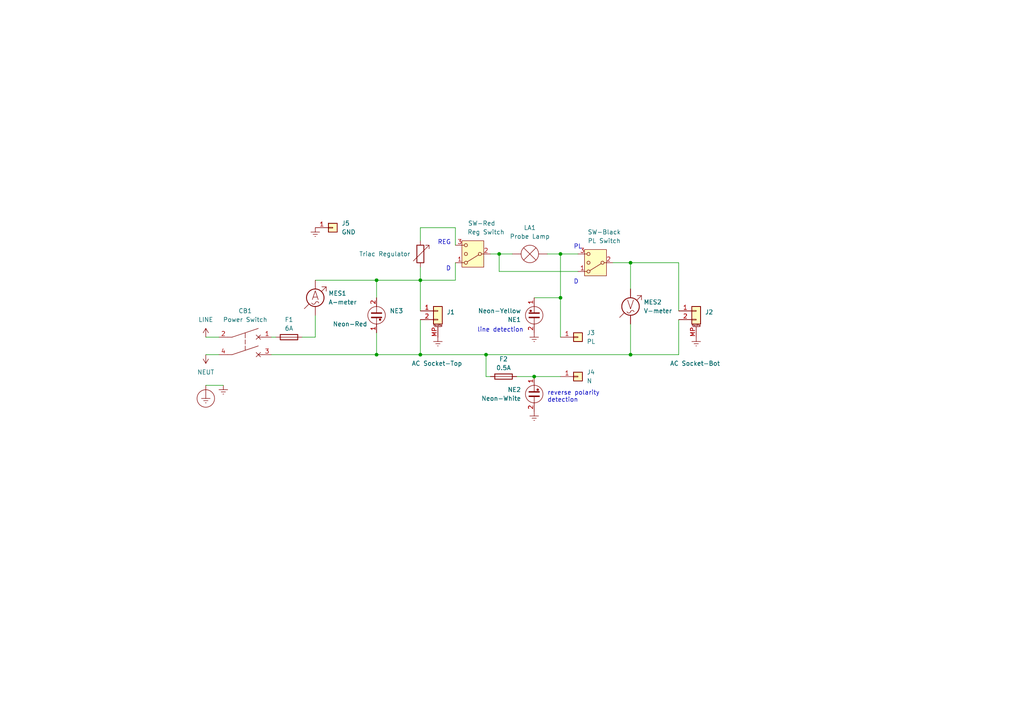
<source format=kicad_sch>
(kicad_sch (version 20230121) (generator eeschema)
  (paper "A4")
  (title_block (title "Retro Circuit&Power Tester") (date "2025-05-16") (rev "1.0") (company "S59MZ"))
  (lib_symbols
    (symbol "Connector_Generic:Conn_01x01" (pin_names (offset 1.016) hide)
      (property "Reference" "J" (at 0 2.54 0))
      (property "Value" "Conn_01x01" (at 0 -2.54 0))
      (symbol "Conn_01x01_1_1"
        (rectangle (start -1.27 0.127) (end 0 -0.127) (stroke (width 0.1524)))
        (rectangle (start -1.27 1.27) (end 1.27 -1.27) (stroke (width 0.254)) (fill (type background)))
        (pin passive line (at -5.08 0 0) (length 3.81) (name "Pin_1") (number "1"))
      )
    )
    (symbol "Connector_Generic_MountingPin:Conn_01x02_MountingPin" (pin_names (offset 1.016) hide)
      (property "Reference" "J" (at 0 2.54 0))
      (property "Value" "Conn_01x02_MountingPin" (at 1.27 -5.08 0))
      (symbol "Conn_01x02_MountingPin_1_1"
        (rectangle (start -1.27 -2.413) (end 0 -2.667) (stroke (width 0.1524)))
        (rectangle (start -1.27 0.127) (end 0 -0.127) (stroke (width 0.1524)))
        (rectangle (start -1.27 1.27) (end 1.27 -3.81) (stroke (width 0.254)) (fill (type background)))
        (polyline (pts (xy -1.016 -4.572) (xy 1.016 -4.572)) (stroke (width 0.1524)))
        (text "Mounting" (at 0 -4.191 0) (effects (font (size 0.381 0.381))))
        (pin passive line (at -5.08 0 0) (length 3.81) (name "Pin_1") (number "1"))
        (pin passive line (at -5.08 -2.54 0) (length 3.81) (name "Pin_2") (number "2"))
        (pin passive line (at 0 -7.62 90) (length 3.048) (name "MountPin") (number "MP"))
      )
    )
    (symbol "Device:Ammeter_AC" (pin_numbers hide) (pin_names (offset 0.0254) hide)
      (property "Reference" "MES" (at -3.302 1.016 0))
      (property "Value" "Ammeter_AC" (at -3.302 -0.762 0))
      (symbol "Ammeter_AC_0_0"
        (polyline (pts (xy -3.175 -3.175) (xy -1.905 -1.905)))
        (polyline (pts (xy 1.905 1.905) (xy 3.175 3.175)))
        (polyline (pts (xy 1.905 3.175) (xy 3.175 3.175) (xy 3.175 1.905)))
        (text "A" (at 0 0.635 0) (effects (font (size 2.54 2.54))))
      )
      (symbol "Ammeter_AC_0_1"
        (arc (start -1.016 -1.524) (mid -0.508 -1.902) (end 0 -1.524))
        (circle (center 0 0) (radius 2.54) (stroke (width 0.254)))
        (arc (start 1.016 -1.524) (mid 0.508 -1.1274) (end 0 -1.524))
      )
      (symbol "Ammeter_AC_1_1"
        (pin passive line (at 0 -5.08 90) (length 2.54) (name "~") (number "1"))
        (pin passive line (at 0 5.08 270) (length 2.54) (name "~") (number "2"))
      )
    )
    (symbol "Device:CircuitBreaker_2P"
      (property "Reference" "CB" (at 3.81 0 0))
      (property "Value" "CircuitBreaker_2P" (at 3.81 2.54 0))
      (symbol "CircuitBreaker_2P_0_1"
        (polyline (pts (xy -3.81 0) (xy -2.286 0)))
        (polyline (pts (xy -2.54 -3.81) (xy -5.08 3.81)))
        (polyline (pts (xy -1.778 0) (xy -0.508 0)))
        (polyline (pts (xy 0 0) (xy 1.27 0)))
        (polyline (pts (xy 2.54 -5.08) (xy 2.54 -3.81)))
        (polyline (pts (xy 2.54 -3.81) (xy 0 3.81)))
      )
      (symbol "CircuitBreaker_2P_1_1"
        (polyline (pts (xy -3.175 4.445) (xy -1.905 3.175)))
        (polyline (pts (xy -2.54 -3.81) (xy -2.54 -5.08)))
        (polyline (pts (xy -2.54 5.08) (xy -2.54 3.81)))
        (polyline (pts (xy -1.905 4.445) (xy -3.175 3.175)))
        (polyline (pts (xy 1.905 4.445) (xy 3.175 3.175)))
        (polyline (pts (xy 2.54 5.08) (xy 2.54 3.81)))
        (polyline (pts (xy 3.175 4.445) (xy 1.905 3.175)))
        (pin passive line (at -2.54 7.62 270) (length 2.54) (name "~") (number "1"))
        (pin passive line (at -2.54 -7.62 90) (length 2.54) (name "~") (number "2"))
        (pin passive line (at 2.54 7.62 270) (length 2.54) (name "~") (number "3"))
        (pin passive line (at 2.54 -7.62 90) (length 2.54) (name "~") (number "4"))
      )
    )
    (symbol "Device:Fuse" (pin_numbers hide) (pin_names (offset 0))
      (property "Reference" "F" (at 2.032 0 90))
      (property "Value" "Fuse" (at -1.905 0 90))
      (symbol "Fuse_0_1"
        (rectangle (start -0.762 -2.54) (end 0.762 2.54) (stroke (width 0.254)))
        (polyline (pts (xy 0 2.54) (xy 0 -2.54)))
      )
      (symbol "Fuse_1_1"
        (pin passive line (at 0 3.81 270) (length 1.27) (name "~") (number "1"))
        (pin passive line (at 0 -3.81 90) (length 1.27) (name "~") (number "2"))
      )
    )
    (symbol "Device:Lamp" (pin_numbers hide) (pin_names (offset 0.0254) hide)
      (property "Reference" "LA" (at 0.635 3.81 0))
      (property "Value" "Lamp" (at 0.635 -3.81 0))
      (symbol "Lamp_0_1"
        (polyline (pts (xy -1.778 1.778) (xy 1.778 -1.778)))
        (polyline (pts (xy 1.778 1.778) (xy -1.778 -1.778)))
        (circle (center 0 0) (radius 2.54))
      )
      (symbol "Lamp_1_1"
        (pin passive line (at 0 -5.08 90) (length 2.54) (name "-") (number "1"))
        (pin passive line (at 0 5.08 270) (length 2.54) (name "+") (number "2"))
      )
    )
    (symbol "Device:Lamp_Neon" (pin_names (offset 0.0254) hide)
      (property "Reference" "NE" (at 0.635 3.81 0))
      (property "Value" "Lamp_Neon" (at 0.635 -3.81 0))
      (symbol "Lamp_Neon_0_1"
        (rectangle (start -1.524 -0.508) (end 1.524 -0.762) (fill (type outline)))
        (rectangle (start -1.524 0.762) (end 1.524 0.508) (fill (type outline)))
        (polyline (pts (xy 0 -2.54) (xy 0 -0.762)))
        (polyline (pts (xy 0 0.762) (xy 0 2.54)))
        (circle (center 0 0) (radius 2.54))
        (circle (center 1.016 -1.27) (radius 0.254) (fill (type outline)))
      )
      (symbol "Lamp_Neon_1_1"
        (pin passive line (at 0 -5.08 90) (length 2.54) (name "~") (number "1"))
        (pin passive line (at 0 5.08 270) (length 2.54) (name "~") (number "2"))
      )
    )
    (symbol "Device:R_Variable" (pin_numbers hide) (pin_names (offset 0))
      (property "Reference" "R" (at 2.54 -2.54 90))
      (property "Value" "R_Variable" (at -2.54 -1.27 90))
      (symbol "R_Variable_0_1"
        (rectangle (start -1.016 -2.54) (end 1.016 2.54) (stroke (width 0.254)))
        (polyline (pts (xy 2.54 1.524) (xy 2.54 2.54) (xy 1.524 2.54) (xy 2.54 2.54) (xy -2.032 -2.032)))
      )
      (symbol "R_Variable_1_1"
        (pin passive line (at 0 3.81 270) (length 1.27) (name "~") (number "1"))
        (pin passive line (at 0 -3.81 90) (length 1.27) (name "~") (number "2"))
      )
    )
    (symbol "Device:Voltmeter_AC" (pin_numbers hide) (pin_names (offset 0.0254) hide)
      (property "Reference" "MES" (at -3.302 1.016 0))
      (property "Value" "Voltmeter_AC" (at -3.302 -0.762 0))
      (symbol "Voltmeter_AC_0_0"
        (polyline (pts (xy -3.175 -3.175) (xy -1.905 -1.905)))
        (polyline (pts (xy 1.905 1.905) (xy 3.175 3.175)))
        (polyline (pts (xy 1.905 3.175) (xy 3.175 3.175) (xy 3.175 1.905)))
        (text "V" (at 0 0.508 0) (effects (font (size 2.54 2.54))))
      )
      (symbol "Voltmeter_AC_0_1"
        (arc (start -1.016 -1.524) (mid -0.508 -1.902) (end 0 -1.524))
        (circle (center 0 0) (radius 2.54) (stroke (width 0.254)))
        (arc (start 1.016 -1.524) (mid 0.508 -1.1274) (end 0 -1.524))
      )
      (symbol "Voltmeter_AC_1_1"
        (pin passive line (at 0 -5.08 90) (length 2.54) (name "~") (number "1"))
        (pin passive line (at 0 5.08 270) (length 2.54) (name "~") (number "2"))
      )
    )
    (symbol "Switch:SW_SPDT_MSM" (pin_names (offset 0) hide)
      (property "Reference" "SW" (at 0 5.08 0))
      (property "Value" "SW_SPDT_MSM" (at 0 -5.08 0))
      (symbol "SW_SPDT_MSM_0_1"
        (circle (center -2.032 0) (radius 0.4572))
        (polyline (pts (xy -1.651 0.254) (xy 1.651 2.286)))
        (circle (center 2.032 -2.54) (radius 0.4572))
        (circle (center 2.032 0) (radius 0.4572))
        (circle (center 2.032 2.54) (radius 0.4572))
      )
      (symbol "SW_SPDT_MSM_1_1"
        (rectangle (start -3.175 3.81) (end 3.175 -3.81) (fill (type background)))
        (pin passive line (at 5.08 2.54 180) (length 2.54) (name "1") (number "1"))
        (pin passive line (at -5.08 0 0) (length 2.54) (name "3") (number "2"))
        (pin passive line (at 5.08 -2.54 180) (length 2.54) (name "4") (number "3"))
      )
    )
    (symbol "power:Earth" (power) (pin_names (offset 0))
      (symbol "Earth_0_1"
        (polyline (pts (xy -0.635 -1.905) (xy 0.635 -1.905)))
        (polyline (pts (xy -0.127 -2.54) (xy 0.127 -2.54)))
        (polyline (pts (xy 0 -1.27) (xy 0 0)))
        (polyline (pts (xy 1.27 -1.27) (xy -1.27 -1.27)))
      )
      (symbol "Earth_1_1"
        (pin power_in line (at 0 0 270) (length 0) hide (name "Earth") (number "1"))
      )
    )
    (symbol "power:Earth_Protective" (power) (pin_names (offset 0))
      (symbol "Earth_Protective_0_1"
        (circle (center 0 -3.81) (radius 2.54))
        (polyline (pts (xy -0.635 -4.445) (xy 0.635 -4.445)))
        (polyline (pts (xy -0.127 -5.08) (xy 0.127 -5.08)))
        (polyline (pts (xy 0 -3.81) (xy 0 0)))
        (polyline (pts (xy 1.27 -3.81) (xy -1.27 -3.81)))
      )
      (symbol "Earth_Protective_1_1"
        (pin power_in line (at 0 0 270) (length 0) hide (name "Earth_Protective") (number "1"))
      )
    )
    (symbol "power:LINE" (power) (pin_names (offset 0))
      (property "Value" "LINE" (at 0 3.81 0))
      (symbol "LINE_0_1"
        (polyline (pts (xy -0.762 1.27) (xy 0 2.54)))
        (polyline (pts (xy 0 0) (xy 0 2.54)))
        (polyline (pts (xy 0 2.54) (xy 0.762 1.27)))
      )
      (symbol "LINE_1_1"
        (pin power_in line (at 0 0 90) (length 0) hide (name "LINE") (number "1"))
      )
    )
    (symbol "power:NEUT" (power) (pin_names (offset 0))
      (property "Value" "NEUT" (at 0 3.81 0))
      (symbol "NEUT_0_1"
        (polyline (pts (xy -0.762 1.27) (xy 0 2.54)))
        (polyline (pts (xy 0 0) (xy 0 2.54)))
        (polyline (pts (xy 0 2.54) (xy 0.762 1.27)))
      )
      (symbol "NEUT_1_1"
        (pin power_in line (at 0 0 90) (length 0) hide (name "NEUT") (number "1"))
      )
    )
  )
  (junction (at 144.78 73.66))
  (junction (at 140.97 102.87))
  (junction (at 109.22 81.28))
  (junction (at 109.22 102.87))
  (junction (at 162.56 86.36))
  (junction (at 162.56 73.66))
  (junction (at 182.88 102.87))
  (junction (at 182.88 76.2))
  (junction (at 121.92 102.87))
  (junction (at 121.92 81.28))
  (junction (at 154.94 109.22))
  (wire (pts (xy 109.22 96.52) (xy 109.22 102.87)))
  (wire (pts (xy 109.22 102.87) (xy 121.92 102.87)))
  (wire (pts (xy 132.08 81.28) (xy 121.92 81.28)))
  (wire (pts (xy 154.94 109.22) (xy 162.56 109.22)))
  (wire (pts (xy 142.24 109.22) (xy 140.97 109.22)))
  (wire (pts (xy 121.92 69.85) (xy 121.92 66.04)))
  (wire (pts (xy 140.97 109.22) (xy 140.97 102.87)))
  (wire (pts (xy 121.92 81.28) (xy 121.92 90.17)))
  (wire (pts (xy 182.88 93.98) (xy 182.88 102.87)))
  (wire (pts (xy 162.56 73.66) (xy 167.64 73.66)))
  (wire (pts (xy 142.24 73.66) (xy 144.78 73.66)))
  (wire (pts (xy 109.22 81.28) (xy 109.22 86.36)))
  (wire (pts (xy 162.56 73.66) (xy 162.56 86.36)))
  (wire (pts (xy 167.64 78.74) (xy 144.78 78.74)))
  (wire (pts (xy 59.69 102.87) (xy 63.5 102.87)))
  (wire (pts (xy 132.08 66.04) (xy 132.08 71.12)))
  (wire (pts (xy 144.78 73.66) (xy 148.59 73.66)))
  (wire (pts (xy 196.85 92.71) (xy 196.85 102.87)))
  (wire (pts (xy 182.88 76.2) (xy 182.88 83.82)))
  (wire (pts (xy 109.22 81.28) (xy 121.92 81.28)))
  (wire (pts (xy 177.8 76.2) (xy 182.88 76.2)))
  (wire (pts (xy 154.94 86.36) (xy 162.56 86.36)))
  (wire (pts (xy 91.44 97.79) (xy 91.44 91.44)))
  (wire (pts (xy 121.92 102.87) (xy 121.92 92.71)))
  (wire (pts (xy 196.85 76.2) (xy 196.85 90.17)))
  (wire (pts (xy 158.75 73.66) (xy 162.56 73.66)))
  (wire (pts (xy 196.85 102.87) (xy 182.88 102.87)))
  (wire (pts (xy 78.74 102.87) (xy 109.22 102.87)))
  (wire (pts (xy 59.69 97.79) (xy 63.5 97.79)))
  (wire (pts (xy 121.92 77.47) (xy 121.92 81.28)))
  (wire (pts (xy 91.44 81.28) (xy 109.22 81.28)))
  (wire (pts (xy 144.78 73.66) (xy 144.78 78.74)))
  (wire (pts (xy 87.63 97.79) (xy 91.44 97.79)))
  (wire (pts (xy 121.92 102.87) (xy 140.97 102.87)))
  (wire (pts (xy 121.92 66.04) (xy 132.08 66.04)))
  (wire (pts (xy 80.01 97.79) (xy 78.74 97.79)))
  (wire (pts (xy 182.88 76.2) (xy 196.85 76.2)))
  (wire (pts (xy 132.08 76.2) (xy 132.08 81.28)))
  (wire (pts (xy 59.69 111.76) (xy 64.77 111.76)))
  (wire (pts (xy 149.86 109.22) (xy 154.94 109.22)))
  (wire (pts (xy 140.97 102.87) (xy 182.88 102.87)))
  (wire (pts (xy 162.56 86.36) (xy 162.56 97.79)))
  (text "reverse polarity\ndetection" (at 158.75 116.84 0) (effects (font (size 1.27 1.27)) (justify left bottom)))
  (text "D" (at 166.37 82.55 0) (effects (font (size 1.27 1.27)) (justify left bottom)))
  (text "line detection" (at 138.43 96.52 0) (effects (font (size 1.27 1.27)) (justify left bottom)))
  (text "D" (at 130.81 78.74 0) (effects (font (size 1.27 1.27)) (justify right bottom)))
  (text "PL" (at 166.37 72.39 0) (effects (font (size 1.27 1.27)) (justify left bottom)))
  (text "REG" (at 130.81 71.12 0) (effects (font (size 1.27 1.27)) (justify right bottom)))
  (symbol (lib_id "Connector_Generic:Conn_01x01") (at 96.52 66.04 0) (unit 1)
    (property "Reference" "J5" (at 99.06 64.77 0) (effects (justify left)))
    (property "Value" "GND" (at 99.06 67.31 0) (effects (justify left)))
  )
  (symbol (lib_id "Device:Lamp_Neon") (at 154.94 91.44 180) (unit 1)
    (property "Reference" "NE1" (at 151.13 92.71 0) (effects (justify left)))
    (property "Value" "Neon-Yellow" (at 151.13 90.17 0) (effects (justify left)))
  )
  (symbol (lib_id "power:Earth_Protective") (at 59.69 111.76 0) (unit 1)
    (property "Reference" "#PWR02" (effects hide))
    (property "Value" "Earth_Protective" (effects hide))
  )
  (symbol (lib_id "power:Earth") (at 64.77 111.76 0) (unit 1)
    (property "Reference" "#PWR08" (effects hide))
    (property "Value" "Earth" (effects hide))
  )
  (symbol (lib_id "power:LINE") (at 59.69 97.79 0) (unit 1)
    (property "Reference" "#PWR03" (effects hide))
    (property "Value" "LINE" (at 59.69 92.71 0))
  )
  (symbol (lib_id "Connector_Generic:Conn_01x01") (at 167.64 97.79 0) (unit 1)
    (property "Reference" "J3" (at 170.18 96.52 0) (effects (justify left)))
    (property "Value" "PL" (at 170.18 99.06 0) (effects (justify left)))
  )
  (symbol (lib_id "Device:CircuitBreaker_2P") (at 71.12 100.33 270) (unit 1)
    (property "Reference" "CB1" (at 71.12 90.17 90))
    (property "Value" "Power Switch" (at 71.12 92.71 90))
  )
  (symbol (lib_id "Switch:SW_SPDT_MSM") (at 172.72 76.2 180) (unit 1)
    (property "Reference" "SW-Black" (at 175.26 67.31 0))
    (property "Value" "PL Switch" (at 175.26 69.85 0))
  )
  (symbol (lib_id "power:Earth") (at 91.44 66.04 0) (unit 1)
    (property "Reference" "#PWR09" (effects hide))
    (property "Value" "Earth" (effects hide))
  )
  (symbol (lib_id "power:Earth") (at 154.94 96.52 0) (unit 1)
    (property "Reference" "#PWR06" (effects hide))
    (property "Value" "Earth" (effects hide))
  )
  (symbol (lib_id "Device:Ammeter_AC") (at 91.44 86.36 0) (unit 1)
    (property "Reference" "MES1" (at 95.25 85.09 0) (effects (justify left)))
    (property "Value" "A-meter" (at 95.25 87.63 0) (effects (justify left)))
  )
  (symbol (lib_id "Connector_Generic_MountingPin:Conn_01x02_MountingPin") (at 201.93 90.17 0) (unit 1)
    (property "Reference" "J2" (at 204.47 90.5256 0) (effects (justify left)))
    (property "Value" "AC Socket-Bot" (at 194.31 105.41 0) (effects (justify left)))
  )
  (symbol (lib_id "power:Earth") (at 201.93 97.79 0) (unit 1)
    (property "Reference" "#PWR05" (effects hide))
    (property "Value" "Earth" (effects hide))
  )
  (symbol (lib_id "power:Earth") (at 127 97.79 0) (unit 1)
    (property "Reference" "#PWR01" (effects hide))
    (property "Value" "Earth" (effects hide))
  )
  (symbol (lib_id "Device:Lamp_Neon") (at 109.22 91.44 0) (unit 1)
    (property "Reference" "NE3" (at 113.03 90.17 0) (effects (justify left)))
    (property "Value" "Neon-Red" (at 96.52 93.98 0) (effects (justify left)))
  )
  (symbol (lib_id "Device:Fuse") (at 83.82 97.79 270) (unit 1)
    (property "Reference" "F1" (at 83.82 92.71 90))
    (property "Value" "6A" (at 83.82 95.25 90))
  )
  (symbol (lib_id "Connector_Generic:Conn_01x01") (at 167.64 109.22 0) (unit 1)
    (property "Reference" "J4" (at 170.18 107.95 0) (effects (justify left)))
    (property "Value" "N" (at 170.18 110.49 0) (effects (justify left)))
  )
  (symbol (lib_id "Device:Lamp_Neon") (at 154.94 114.3 0) (mirror x) (unit 1)
    (property "Reference" "NE2" (at 151.13 113.03 0) (effects (justify right)))
    (property "Value" "Neon-White" (at 151.13 115.57 0) (effects (justify right)))
  )
  (symbol (lib_id "Device:Fuse") (at 146.05 109.22 270) (unit 1)
    (property "Reference" "F2" (at 146.05 104.14 90))
    (property "Value" "0.5A" (at 146.05 106.68 90))
  )
  (symbol (lib_id "power:NEUT") (at 59.69 102.87 0) (mirror x) (unit 1)
    (property "Reference" "#PWR04" (effects hide))
    (property "Value" "NEUT" (at 59.69 107.95 0))
  )
  (symbol (lib_id "power:Earth") (at 154.94 119.38 0) (unit 1)
    (property "Reference" "#PWR07" (effects hide))
    (property "Value" "Earth" (effects hide))
  )
  (symbol (lib_id "Device:Voltmeter_AC") (at 182.88 88.9 0) (unit 1)
    (property "Reference" "MES2" (at 186.69 87.63 0) (effects (justify left)))
    (property "Value" "V-meter" (at 186.69 90.17 0) (effects (justify left)))
  )
  (symbol (lib_id "Device:Lamp") (at 153.67 73.66 270) (unit 1)
    (property "Reference" "LA1" (at 153.67 66.04 90))
    (property "Value" "Probe Lamp" (at 153.67 68.58 90))
  )
  (symbol (lib_id "Switch:SW_SPDT_MSM") (at 137.16 73.66 180) (unit 1)
    (property "Reference" "SW-Red" (at 139.7 64.77 0))
    (property "Value" "Reg Switch" (at 140.97 67.31 0))
  )
  (symbol (lib_id "Connector_Generic_MountingPin:Conn_01x02_MountingPin") (at 127 90.17 0) (unit 1)
    (property "Reference" "J1" (at 129.54 90.5256 0) (effects (justify left)))
    (property "Value" "AC Socket-Top" (at 119.38 105.41 0) (effects (justify left)))
  )
  (symbol (lib_id "Device:R_Variable") (at 121.92 73.66 0) (unit 1)
    (property "Reference" "R1" (effects hide))
    (property "Value" "Triac Regulator" (at 104.14 73.66 0) (effects (justify left)))
  )
)
</source>
